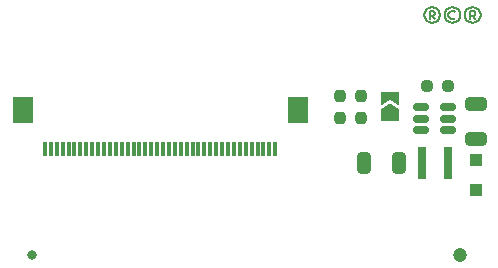
<source format=gbr>
G04 #@! TF.GenerationSoftware,KiCad,Pcbnew,6.0.7-1.fc35*
G04 #@! TF.CreationDate,2022-09-05T19:13:26-05:00*
G04 #@! TF.ProjectId,lcd-adapter,6c63642d-6164-4617-9074-65722e6b6963,rev?*
G04 #@! TF.SameCoordinates,Original*
G04 #@! TF.FileFunction,Soldermask,Top*
G04 #@! TF.FilePolarity,Negative*
%FSLAX46Y46*%
G04 Gerber Fmt 4.6, Leading zero omitted, Abs format (unit mm)*
G04 Created by KiCad (PCBNEW 6.0.7-1.fc35) date 2022-09-05 19:13:26*
%MOMM*%
%LPD*%
G01*
G04 APERTURE LIST*
G04 Aperture macros list*
%AMRoundRect*
0 Rectangle with rounded corners*
0 $1 Rounding radius*
0 $2 $3 $4 $5 $6 $7 $8 $9 X,Y pos of 4 corners*
0 Add a 4 corners polygon primitive as box body*
4,1,4,$2,$3,$4,$5,$6,$7,$8,$9,$2,$3,0*
0 Add four circle primitives for the rounded corners*
1,1,$1+$1,$2,$3*
1,1,$1+$1,$4,$5*
1,1,$1+$1,$6,$7*
1,1,$1+$1,$8,$9*
0 Add four rect primitives between the rounded corners*
20,1,$1+$1,$2,$3,$4,$5,0*
20,1,$1+$1,$4,$5,$6,$7,0*
20,1,$1+$1,$6,$7,$8,$9,0*
20,1,$1+$1,$8,$9,$2,$3,0*%
%AMFreePoly0*
4,1,6,1.000000,0.000000,0.500000,-0.750000,-0.500000,-0.750000,-0.500000,0.750000,0.500000,0.750000,1.000000,0.000000,1.000000,0.000000,$1*%
%AMFreePoly1*
4,1,6,0.500000,-0.750000,-0.650000,-0.750000,-0.150000,0.000000,-0.650000,0.750000,0.500000,0.750000,0.500000,-0.750000,0.500000,-0.750000,$1*%
G04 Aperture macros list end*
%ADD10C,0.150000*%
%ADD11R,0.300000X1.300000*%
%ADD12R,1.800000X2.200000*%
%ADD13R,1.000000X1.000000*%
%ADD14RoundRect,0.250000X0.650000X-0.325000X0.650000X0.325000X-0.650000X0.325000X-0.650000X-0.325000X0*%
%ADD15RoundRect,0.237500X-0.237500X0.250000X-0.237500X-0.250000X0.237500X-0.250000X0.237500X0.250000X0*%
%ADD16FreePoly0,90.000000*%
%ADD17FreePoly1,90.000000*%
%ADD18RoundRect,0.237500X0.250000X0.237500X-0.250000X0.237500X-0.250000X-0.237500X0.250000X-0.237500X0*%
%ADD19RoundRect,0.250000X0.325000X0.650000X-0.325000X0.650000X-0.325000X-0.650000X0.325000X-0.650000X0*%
%ADD20RoundRect,0.150000X0.512500X0.150000X-0.512500X0.150000X-0.512500X-0.150000X0.512500X-0.150000X0*%
%ADD21R,0.800000X2.700000*%
%ADD22RoundRect,0.237500X0.237500X-0.250000X0.237500X0.250000X-0.237500X0.250000X-0.237500X-0.250000X0*%
%ADD23C,0.800000*%
%ADD24C,1.200000*%
G04 APERTURE END LIST*
D10*
X138523809Y-73559523D02*
X138285714Y-73273809D01*
X138095238Y-73559523D02*
X138095238Y-72892857D01*
X138380952Y-72892857D01*
X138476190Y-72940476D01*
X138523809Y-73035714D01*
X138523809Y-73130952D01*
X138476190Y-73226190D01*
X138380952Y-73273809D01*
X138095238Y-73273809D01*
X138285714Y-72559523D02*
X138047619Y-72607142D01*
X137809523Y-72750000D01*
X137666666Y-72988095D01*
X137619047Y-73226190D01*
X137666666Y-73464285D01*
X137809523Y-73702380D01*
X138047619Y-73845238D01*
X138285714Y-73892857D01*
X138523809Y-73845238D01*
X138761904Y-73702380D01*
X138904761Y-73464285D01*
X138952380Y-73226190D01*
X138904761Y-72988095D01*
X138761904Y-72750000D01*
X138523809Y-72607142D01*
X138285714Y-72559523D01*
X140190476Y-72940476D02*
X140095238Y-72892857D01*
X139904761Y-72892857D01*
X139809523Y-72940476D01*
X139714285Y-73035714D01*
X139666666Y-73130952D01*
X139666666Y-73321428D01*
X139714285Y-73416666D01*
X139809523Y-73511904D01*
X139904761Y-73559523D01*
X140095238Y-73559523D01*
X140190476Y-73511904D01*
X140000000Y-72559523D02*
X139761904Y-72607142D01*
X139523809Y-72750000D01*
X139380952Y-72988095D01*
X139333333Y-73226190D01*
X139380952Y-73464285D01*
X139523809Y-73702380D01*
X139761904Y-73845238D01*
X140000000Y-73892857D01*
X140238095Y-73845238D01*
X140476190Y-73702380D01*
X140619047Y-73464285D01*
X140666666Y-73226190D01*
X140619047Y-72988095D01*
X140476190Y-72750000D01*
X140238095Y-72607142D01*
X140000000Y-72559523D01*
X141952380Y-73559523D02*
X141714285Y-73273809D01*
X141523809Y-73559523D02*
X141523809Y-72892857D01*
X141809523Y-72892857D01*
X141904761Y-72940476D01*
X141952380Y-73035714D01*
X141952380Y-73130952D01*
X141904761Y-73226190D01*
X141809523Y-73273809D01*
X141523809Y-73273809D01*
X141714285Y-72559523D02*
X141476190Y-72607142D01*
X141238095Y-72750000D01*
X141095238Y-72988095D01*
X141047619Y-73226190D01*
X141095238Y-73464285D01*
X141238095Y-73702380D01*
X141476190Y-73845238D01*
X141714285Y-73892857D01*
X141952380Y-73845238D01*
X142190476Y-73702380D01*
X142333333Y-73464285D01*
X142380952Y-73226190D01*
X142333333Y-72988095D01*
X142190476Y-72750000D01*
X141952380Y-72607142D01*
X141714285Y-72559523D01*
D11*
G04 #@! TO.C,J1*
X125000000Y-84550000D03*
X124500000Y-84550000D03*
X124000000Y-84550000D03*
X123500000Y-84550000D03*
X123000000Y-84550000D03*
X122500000Y-84550000D03*
X122000000Y-84550000D03*
X121500000Y-84550000D03*
X121000000Y-84550000D03*
X120500000Y-84550000D03*
X120000000Y-84550000D03*
X119500000Y-84550000D03*
X119000000Y-84550000D03*
X118500000Y-84550000D03*
X118000000Y-84550000D03*
X117500000Y-84550000D03*
X117000000Y-84550000D03*
X116500000Y-84550000D03*
X116000000Y-84550000D03*
X115500000Y-84550000D03*
X115000000Y-84550000D03*
X114500000Y-84550000D03*
X114000000Y-84550000D03*
X113500000Y-84550000D03*
X113000000Y-84550000D03*
X112500000Y-84550000D03*
X112000000Y-84550000D03*
X111500000Y-84550000D03*
X111000000Y-84550000D03*
X110500000Y-84550000D03*
X110000000Y-84550000D03*
X109500000Y-84550000D03*
X109000000Y-84550000D03*
X108500000Y-84550000D03*
X108000000Y-84550000D03*
X107500000Y-84550000D03*
X107000000Y-84550000D03*
X106500000Y-84550000D03*
X106000000Y-84550000D03*
X105500000Y-84550000D03*
D12*
X126900000Y-81300000D03*
X103600000Y-81300000D03*
G04 #@! TD*
D13*
G04 #@! TO.C,D1*
X142000000Y-85500000D03*
X142000000Y-88000000D03*
G04 #@! TD*
D14*
G04 #@! TO.C,C2*
X142000000Y-83725000D03*
X142000000Y-80775000D03*
G04 #@! TD*
D15*
G04 #@! TO.C,R1*
X132250000Y-80087500D03*
X132250000Y-81912500D03*
G04 #@! TD*
D16*
G04 #@! TO.C,JP1*
X134750000Y-81725000D03*
D17*
X134750000Y-80275000D03*
G04 #@! TD*
D18*
G04 #@! TO.C,R3*
X139662500Y-79250000D03*
X137837500Y-79250000D03*
G04 #@! TD*
D19*
G04 #@! TO.C,C1*
X135475000Y-85750000D03*
X132525000Y-85750000D03*
G04 #@! TD*
D20*
G04 #@! TO.C,U1*
X139637500Y-82950000D03*
X139637500Y-82000000D03*
X139637500Y-81050000D03*
X137362500Y-81050000D03*
X137362500Y-82000000D03*
X137362500Y-82950000D03*
G04 #@! TD*
D21*
G04 #@! TO.C,L1*
X137400000Y-85750000D03*
X139600000Y-85750000D03*
G04 #@! TD*
D22*
G04 #@! TO.C,R2*
X130500000Y-81912500D03*
X130500000Y-80087500D03*
G04 #@! TD*
D23*
G04 #@! TO.C,J2*
X104400000Y-93500000D03*
D24*
X140600000Y-93500000D03*
G04 #@! TD*
M02*

</source>
